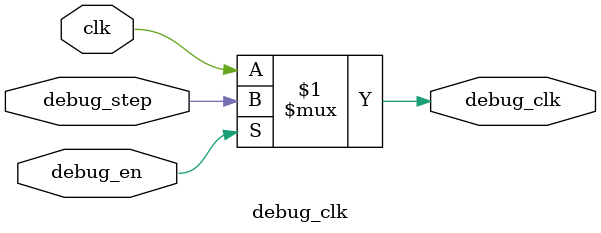
<source format=v>
`timescale 1ns / 1ps

module debug_clk(
    input clk, debug_en, debug_step,
    output debug_clk
);
    assign debug_clk = debug_en ? debug_step : clk;
endmodule
</source>
